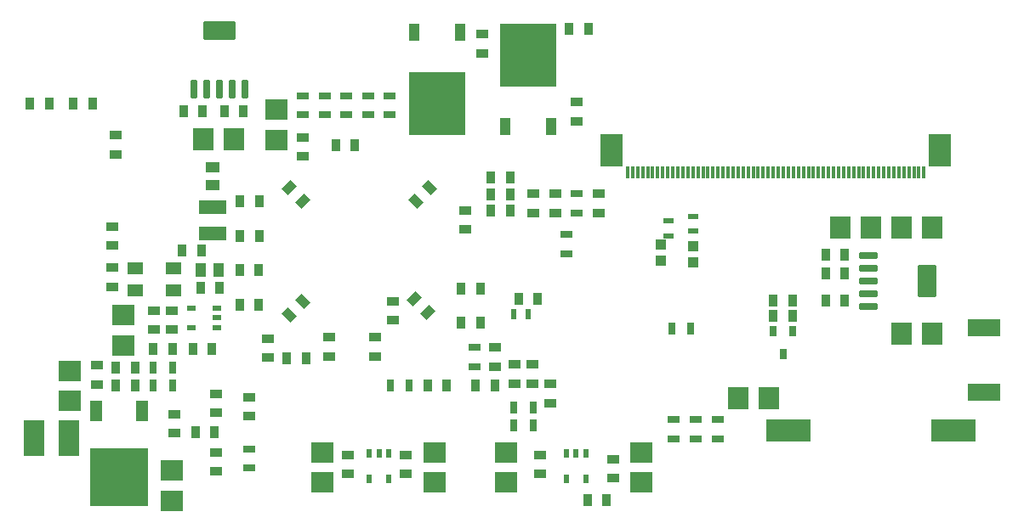
<source format=gbp>
G04*
G04 #@! TF.GenerationSoftware,Altium Limited,Altium Designer,21.7.1 (17)*
G04*
G04 Layer_Color=128*
%FSLAX44Y44*%
%MOMM*%
G71*
G04*
G04 #@! TF.SameCoordinates,003C428C-6323-4237-91BB-275CBF4B30E0*
G04*
G04*
G04 #@! TF.FilePolarity,Positive*
G04*
G01*
G75*
%ADD19R,0.9000X1.3000*%
%ADD34R,1.3000X0.7000*%
%ADD35R,1.0000X0.5000*%
%ADD37R,0.5000X1.0000*%
%ADD66R,1.3000X0.9000*%
%ADD68R,0.7000X1.3000*%
%ADD70R,2.0000X3.6000*%
%ADD234R,1.2000X2.0000*%
%ADD235R,5.8000X5.8500*%
%ADD236R,5.5500X6.3500*%
%ADD237R,1.0000X1.7500*%
%ADD238R,1.4700X1.1300*%
%ADD239R,4.5000X2.3000*%
%ADD240R,2.7062X1.4544*%
%ADD241R,3.2000X1.7200*%
G04:AMPARAMS|DCode=242|XSize=3.15mm|YSize=1.8mm|CornerRadius=0.054mm|HoleSize=0mm|Usage=FLASHONLY|Rotation=0.000|XOffset=0mm|YOffset=0mm|HoleType=Round|Shape=RoundedRectangle|*
%AMROUNDEDRECTD242*
21,1,3.1500,1.6920,0,0,0.0*
21,1,3.0420,1.8000,0,0,0.0*
1,1,0.1080,1.5210,-0.8460*
1,1,0.1080,-1.5210,-0.8460*
1,1,0.1080,-1.5210,0.8460*
1,1,0.1080,1.5210,0.8460*
%
%ADD242ROUNDEDRECTD242*%
G04:AMPARAMS|DCode=243|XSize=0.6mm|YSize=1.8mm|CornerRadius=0.051mm|HoleSize=0mm|Usage=FLASHONLY|Rotation=0.000|XOffset=0mm|YOffset=0mm|HoleType=Round|Shape=RoundedRectangle|*
%AMROUNDEDRECTD243*
21,1,0.6000,1.6980,0,0,0.0*
21,1,0.4980,1.8000,0,0,0.0*
1,1,0.1020,0.2490,-0.8490*
1,1,0.1020,-0.2490,-0.8490*
1,1,0.1020,-0.2490,0.8490*
1,1,0.1020,0.2490,0.8490*
%
%ADD243ROUNDEDRECTD243*%
G04:AMPARAMS|DCode=244|XSize=0.55mm|YSize=0.8mm|CornerRadius=0.0495mm|HoleSize=0mm|Usage=FLASHONLY|Rotation=180.000|XOffset=0mm|YOffset=0mm|HoleType=Round|Shape=RoundedRectangle|*
%AMROUNDEDRECTD244*
21,1,0.5500,0.7010,0,0,180.0*
21,1,0.4510,0.8000,0,0,180.0*
1,1,0.0990,-0.2255,0.3505*
1,1,0.0990,0.2255,0.3505*
1,1,0.0990,0.2255,-0.3505*
1,1,0.0990,-0.2255,-0.3505*
%
%ADD244ROUNDEDRECTD244*%
%ADD245R,2.0000X2.2000*%
%ADD246R,1.0000X1.0000*%
%ADD247R,0.6500X1.0500*%
%ADD248R,2.2000X3.3000*%
%ADD249R,0.3000X1.2000*%
%ADD250R,1.5000X1.2000*%
%ADD251R,2.2000X2.0000*%
G04:AMPARAMS|DCode=252|XSize=1.3mm|YSize=0.9mm|CornerRadius=0mm|HoleSize=0mm|Usage=FLASHONLY|Rotation=315.000|XOffset=0mm|YOffset=0mm|HoleType=Round|Shape=Rectangle|*
%AMROTATEDRECTD252*
4,1,4,-0.7778,0.1414,-0.1414,0.7778,0.7778,-0.1414,0.1414,-0.7778,-0.7778,0.1414,0.0*
%
%ADD252ROTATEDRECTD252*%

G04:AMPARAMS|DCode=253|XSize=1.3mm|YSize=0.9mm|CornerRadius=0mm|HoleSize=0mm|Usage=FLASHONLY|Rotation=225.000|XOffset=0mm|YOffset=0mm|HoleType=Round|Shape=Rectangle|*
%AMROTATEDRECTD253*
4,1,4,0.1414,0.7778,0.7778,0.1414,-0.1414,-0.7778,-0.7778,-0.1414,0.1414,0.7778,0.0*
%
%ADD253ROTATEDRECTD253*%

%ADD254R,1.1300X1.4700*%
G04:AMPARAMS|DCode=255|XSize=0.55mm|YSize=0.8mm|CornerRadius=0.0495mm|HoleSize=0mm|Usage=FLASHONLY|Rotation=90.000|XOffset=0mm|YOffset=0mm|HoleType=Round|Shape=RoundedRectangle|*
%AMROUNDEDRECTD255*
21,1,0.5500,0.7010,0,0,90.0*
21,1,0.4510,0.8000,0,0,90.0*
1,1,0.0990,0.3505,0.2255*
1,1,0.0990,0.3505,-0.2255*
1,1,0.0990,-0.3505,-0.2255*
1,1,0.0990,-0.3505,0.2255*
%
%ADD255ROUNDEDRECTD255*%
G04:AMPARAMS|DCode=256|XSize=3.15mm|YSize=1.8mm|CornerRadius=0.054mm|HoleSize=0mm|Usage=FLASHONLY|Rotation=270.000|XOffset=0mm|YOffset=0mm|HoleType=Round|Shape=RoundedRectangle|*
%AMROUNDEDRECTD256*
21,1,3.1500,1.6920,0,0,270.0*
21,1,3.0420,1.8000,0,0,270.0*
1,1,0.1080,-0.8460,-1.5210*
1,1,0.1080,-0.8460,1.5210*
1,1,0.1080,0.8460,1.5210*
1,1,0.1080,0.8460,-1.5210*
%
%ADD256ROUNDEDRECTD256*%
G04:AMPARAMS|DCode=257|XSize=0.6mm|YSize=1.8mm|CornerRadius=0.051mm|HoleSize=0mm|Usage=FLASHONLY|Rotation=270.000|XOffset=0mm|YOffset=0mm|HoleType=Round|Shape=RoundedRectangle|*
%AMROUNDEDRECTD257*
21,1,0.6000,1.6980,0,0,270.0*
21,1,0.4980,1.8000,0,0,270.0*
1,1,0.1020,-0.8490,-0.2490*
1,1,0.1020,-0.8490,0.2490*
1,1,0.1020,0.8490,0.2490*
1,1,0.1020,0.8490,-0.2490*
%
%ADD257ROUNDEDRECTD257*%
D19*
X472750Y305500D02*
D03*
X491750D02*
D03*
X428500Y131250D02*
D03*
X409500D02*
D03*
X183500Y228000D02*
D03*
X202500D02*
D03*
X476500Y131250D02*
D03*
X457500D02*
D03*
X519250Y217500D02*
D03*
X500250D02*
D03*
X824750Y216000D02*
D03*
X805750D02*
D03*
Y242500D02*
D03*
X824750D02*
D03*
X550750Y486500D02*
D03*
X569750D02*
D03*
X462000Y227750D02*
D03*
X443000D02*
D03*
X223000Y314500D02*
D03*
X242000D02*
D03*
X222750Y246000D02*
D03*
X241750D02*
D03*
X491750Y321750D02*
D03*
X472750D02*
D03*
X269500Y157750D02*
D03*
X288500D02*
D03*
X443000Y193500D02*
D03*
X462000D02*
D03*
X222750Y211500D02*
D03*
X241750D02*
D03*
X178500Y84000D02*
D03*
X197500D02*
D03*
X223000Y280250D02*
D03*
X242000D02*
D03*
X491750Y338000D02*
D03*
X472750D02*
D03*
X773000Y200000D02*
D03*
X754000D02*
D03*
X337250Y370250D02*
D03*
X318250D02*
D03*
X754000Y216000D02*
D03*
X773000D02*
D03*
X184250Y266000D02*
D03*
X165250D02*
D03*
X76000Y411750D02*
D03*
X57000D02*
D03*
X14000D02*
D03*
X33000D02*
D03*
X207500Y404750D02*
D03*
X226500D02*
D03*
X166750D02*
D03*
X185750D02*
D03*
X136500Y167000D02*
D03*
X155500D02*
D03*
X118500Y149000D02*
D03*
X99500D02*
D03*
Y131000D02*
D03*
X118500D02*
D03*
X195000Y167000D02*
D03*
X176000D02*
D03*
X569000Y16750D02*
D03*
X588000D02*
D03*
X805750Y261250D02*
D03*
X824750D02*
D03*
D34*
X372000Y401000D02*
D03*
Y420000D02*
D03*
X285500Y420000D02*
D03*
Y401000D02*
D03*
X328750D02*
D03*
Y420000D02*
D03*
X558375Y302997D02*
D03*
Y321997D02*
D03*
X654750Y97000D02*
D03*
Y78000D02*
D03*
X676750Y97000D02*
D03*
Y78000D02*
D03*
X456750Y169000D02*
D03*
Y150000D02*
D03*
X350375Y420000D02*
D03*
Y401000D02*
D03*
X307125D02*
D03*
Y420000D02*
D03*
X547500Y281500D02*
D03*
Y262500D02*
D03*
X232000Y48750D02*
D03*
Y67750D02*
D03*
X698250Y78000D02*
D03*
Y97000D02*
D03*
D35*
X649750Y295250D02*
D03*
Y280250D02*
D03*
X674000Y299750D02*
D03*
Y284750D02*
D03*
D37*
X510000Y202500D02*
D03*
X495000D02*
D03*
D66*
X330500Y61750D02*
D03*
Y42750D02*
D03*
X155000Y186500D02*
D03*
Y205500D02*
D03*
X137000D02*
D03*
Y186500D02*
D03*
X477000Y150000D02*
D03*
Y169000D02*
D03*
X531750Y132500D02*
D03*
Y113500D02*
D03*
X536500Y302997D02*
D03*
Y321997D02*
D03*
X514000Y152000D02*
D03*
Y133000D02*
D03*
X514750Y302997D02*
D03*
Y321997D02*
D03*
X580250D02*
D03*
Y302997D02*
D03*
X250750Y158750D02*
D03*
Y177750D02*
D03*
X496000Y152000D02*
D03*
Y133000D02*
D03*
X464000Y481250D02*
D03*
Y462250D02*
D03*
X375250Y196000D02*
D03*
Y215000D02*
D03*
X558000Y413500D02*
D03*
Y394500D02*
D03*
X388000Y61750D02*
D03*
Y42750D02*
D03*
X357250Y179000D02*
D03*
Y160000D02*
D03*
X594750Y57750D02*
D03*
Y38750D02*
D03*
X311250Y179000D02*
D03*
Y160000D02*
D03*
X521750Y42750D02*
D03*
Y61750D02*
D03*
X199000Y103500D02*
D03*
Y122500D02*
D03*
X447500Y286750D02*
D03*
Y305750D02*
D03*
X199000Y64500D02*
D03*
Y45500D02*
D03*
X285500Y378500D02*
D03*
Y359500D02*
D03*
X232000Y119250D02*
D03*
Y100250D02*
D03*
X99000Y361500D02*
D03*
Y380500D02*
D03*
X96000Y289500D02*
D03*
Y270500D02*
D03*
Y229500D02*
D03*
Y248500D02*
D03*
X80250Y132250D02*
D03*
Y151250D02*
D03*
X157500Y83250D02*
D03*
Y102250D02*
D03*
D68*
X391500Y131250D02*
D03*
X372500D02*
D03*
X652500Y188000D02*
D03*
X671500D02*
D03*
X136500Y149000D02*
D03*
X155500D02*
D03*
X514750Y109250D02*
D03*
X495750D02*
D03*
X136500Y131000D02*
D03*
X155500D02*
D03*
X495750Y91000D02*
D03*
X514750D02*
D03*
D70*
X52250Y78750D02*
D03*
X18250D02*
D03*
D234*
X79963Y105437D02*
D03*
X125662D02*
D03*
D235*
X102812Y39188D02*
D03*
D236*
X419000Y412000D02*
D03*
X509500Y460000D02*
D03*
D237*
X441850Y483000D02*
D03*
X396150D02*
D03*
X532350Y389000D02*
D03*
X486650D02*
D03*
D238*
X195500Y348850D02*
D03*
Y331150D02*
D03*
D239*
X769000Y86000D02*
D03*
X933000D02*
D03*
D240*
X195750Y309009D02*
D03*
Y282491D02*
D03*
D241*
X963250Y124200D02*
D03*
Y188300D02*
D03*
D242*
X202000Y485000D02*
D03*
D243*
Y426500D02*
D03*
X176600D02*
D03*
X189300D02*
D03*
X214700D02*
D03*
X227400D02*
D03*
D244*
X351750Y63000D02*
D03*
X361250D02*
D03*
X370750D02*
D03*
Y37500D02*
D03*
X351750D02*
D03*
X548000Y63000D02*
D03*
X557500D02*
D03*
X567000D02*
D03*
Y37500D02*
D03*
X548000D02*
D03*
D245*
X850750Y288250D02*
D03*
X820750D02*
D03*
X911750D02*
D03*
X881750D02*
D03*
Y182250D02*
D03*
X911750D02*
D03*
X216500Y376750D02*
D03*
X186500D02*
D03*
X719000Y118250D02*
D03*
X749000D02*
D03*
D246*
X642250Y255250D02*
D03*
Y271250D02*
D03*
X673750Y269500D02*
D03*
Y253500D02*
D03*
D247*
X753896Y185278D02*
D03*
X772896D02*
D03*
X763396Y162278D02*
D03*
D248*
X919750Y365500D02*
D03*
X592750D02*
D03*
D249*
X608750Y343750D02*
D03*
X613750D02*
D03*
X618750D02*
D03*
X623750D02*
D03*
X628750D02*
D03*
X633750D02*
D03*
X638750D02*
D03*
X643750D02*
D03*
X648750D02*
D03*
X653750D02*
D03*
X658750D02*
D03*
X663750D02*
D03*
X668750D02*
D03*
X673750D02*
D03*
X678750D02*
D03*
X683750D02*
D03*
X688750D02*
D03*
X693750D02*
D03*
X698750D02*
D03*
X703750D02*
D03*
X708750D02*
D03*
X713750D02*
D03*
X718750D02*
D03*
X723750D02*
D03*
X728750D02*
D03*
X733750D02*
D03*
X738750D02*
D03*
X743750D02*
D03*
X748750D02*
D03*
X753750D02*
D03*
X758750D02*
D03*
X763750D02*
D03*
X768750D02*
D03*
X773750D02*
D03*
X778750D02*
D03*
X783750D02*
D03*
X788750D02*
D03*
X793750D02*
D03*
X798750D02*
D03*
X803750D02*
D03*
X808750D02*
D03*
X813750D02*
D03*
X818750D02*
D03*
X823750D02*
D03*
X828750D02*
D03*
X833750D02*
D03*
X838750D02*
D03*
X843750D02*
D03*
X848750D02*
D03*
X853750D02*
D03*
X858750D02*
D03*
X863750D02*
D03*
X868750D02*
D03*
X873750D02*
D03*
X878750D02*
D03*
X883750D02*
D03*
X888750D02*
D03*
X893750D02*
D03*
X898750D02*
D03*
X903750D02*
D03*
D250*
X157000Y248000D02*
D03*
Y226000D02*
D03*
X119000Y248000D02*
D03*
Y226000D02*
D03*
D251*
X107000Y201000D02*
D03*
Y171000D02*
D03*
X304750Y64500D02*
D03*
Y34500D02*
D03*
X416500D02*
D03*
Y64500D02*
D03*
X622750Y34500D02*
D03*
Y64500D02*
D03*
X488000Y34500D02*
D03*
Y64500D02*
D03*
X259500Y376000D02*
D03*
Y406000D02*
D03*
X53750Y145750D02*
D03*
Y115750D02*
D03*
X155250Y46250D02*
D03*
Y16250D02*
D03*
D252*
X271782Y201283D02*
D03*
X285217Y214718D02*
D03*
X411468Y328218D02*
D03*
X398032Y314783D02*
D03*
D253*
X409967Y204032D02*
D03*
X396533Y217467D02*
D03*
X271782Y327967D02*
D03*
X285217Y314533D02*
D03*
D254*
X201850Y246000D02*
D03*
X184150D02*
D03*
D255*
X174161Y207854D02*
D03*
Y188854D02*
D03*
X199661D02*
D03*
Y207854D02*
D03*
Y198354D02*
D03*
D256*
X906909Y235167D02*
D03*
D257*
X848409Y260567D02*
D03*
Y247867D02*
D03*
Y235167D02*
D03*
Y222467D02*
D03*
Y209767D02*
D03*
M02*

</source>
